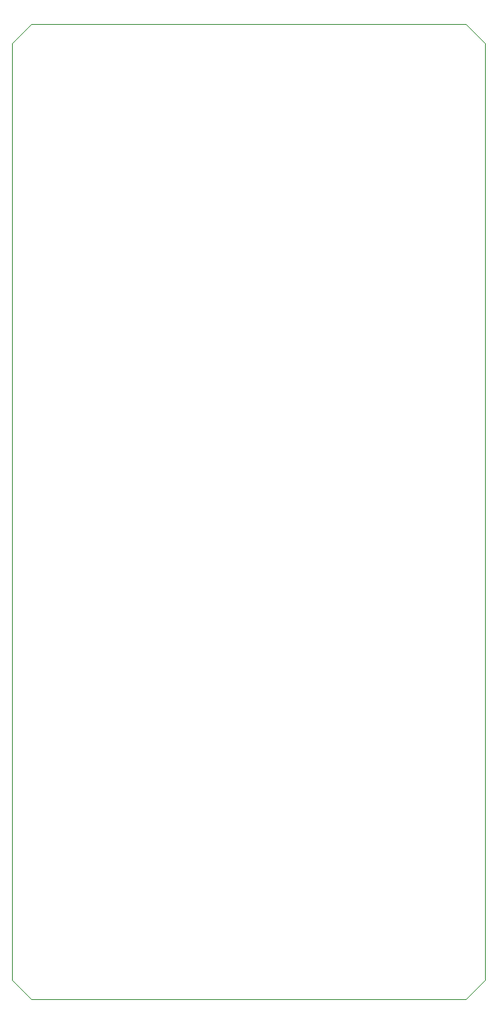
<source format=gm1>
G04 #@! TF.GenerationSoftware,KiCad,Pcbnew,(6.0.6)*
G04 #@! TF.CreationDate,2023-02-05T11:57:00-05:00*
G04 #@! TF.ProjectId,KXRPowerBoardV2,4b585250-6f77-4657-9242-6f6172645632,rev?*
G04 #@! TF.SameCoordinates,Original*
G04 #@! TF.FileFunction,Profile,NP*
%FSLAX46Y46*%
G04 Gerber Fmt 4.6, Leading zero omitted, Abs format (unit mm)*
G04 Created by KiCad (PCBNEW (6.0.6)) date 2023-02-05 11:57:00*
%MOMM*%
%LPD*%
G01*
G04 APERTURE LIST*
G04 #@! TA.AperFunction,Profile*
%ADD10C,0.100000*%
G04 #@! TD*
G04 APERTURE END LIST*
D10*
X175000000Y-49000000D02*
X177000000Y-47000000D01*
X225000000Y-49000000D02*
X225000000Y-148000000D01*
X225000000Y-148000000D02*
X223000000Y-150000000D01*
X223000000Y-47000000D02*
X225000000Y-49000000D01*
X175000000Y-51000000D02*
X175000000Y-49000000D01*
X175000000Y-148000000D02*
X175000000Y-51000000D01*
X177000000Y-150000000D02*
X223000000Y-150000000D01*
X177000000Y-47000000D02*
X223000000Y-47000000D01*
X175000000Y-148000000D02*
X177000000Y-150000000D01*
M02*

</source>
